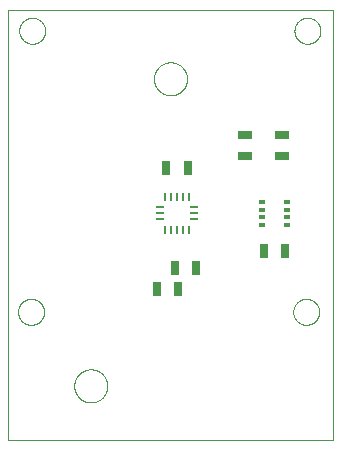
<source format=gtp>
G75*
%MOIN*%
%OFA0B0*%
%FSLAX25Y25*%
%IPPOS*%
%LPD*%
%AMOC8*
5,1,8,0,0,1.08239X$1,22.5*
%
%ADD10C,0.00000*%
%ADD11R,0.04724X0.03150*%
%ADD12R,0.03150X0.04724*%
%ADD13R,0.01969X0.01378*%
%ADD14R,0.01102X0.02756*%
%ADD15R,0.02756X0.01102*%
D10*
X0022861Y0024554D02*
X0022861Y0167861D01*
X0131129Y0167861D01*
X0131129Y0024554D01*
X0022861Y0024554D01*
X0044908Y0042664D02*
X0044910Y0042812D01*
X0044916Y0042960D01*
X0044926Y0043108D01*
X0044940Y0043255D01*
X0044958Y0043402D01*
X0044979Y0043548D01*
X0045005Y0043694D01*
X0045035Y0043839D01*
X0045068Y0043983D01*
X0045106Y0044126D01*
X0045147Y0044268D01*
X0045192Y0044409D01*
X0045240Y0044549D01*
X0045293Y0044688D01*
X0045349Y0044825D01*
X0045409Y0044960D01*
X0045472Y0045094D01*
X0045539Y0045226D01*
X0045610Y0045356D01*
X0045684Y0045484D01*
X0045761Y0045610D01*
X0045842Y0045734D01*
X0045926Y0045856D01*
X0046013Y0045975D01*
X0046104Y0046092D01*
X0046198Y0046207D01*
X0046294Y0046319D01*
X0046394Y0046429D01*
X0046496Y0046535D01*
X0046602Y0046639D01*
X0046710Y0046740D01*
X0046821Y0046838D01*
X0046934Y0046934D01*
X0047050Y0047026D01*
X0047168Y0047115D01*
X0047289Y0047200D01*
X0047412Y0047283D01*
X0047537Y0047362D01*
X0047664Y0047438D01*
X0047793Y0047510D01*
X0047924Y0047579D01*
X0048057Y0047644D01*
X0048192Y0047705D01*
X0048328Y0047763D01*
X0048465Y0047818D01*
X0048604Y0047868D01*
X0048745Y0047915D01*
X0048886Y0047958D01*
X0049029Y0047998D01*
X0049173Y0048033D01*
X0049317Y0048065D01*
X0049463Y0048092D01*
X0049609Y0048116D01*
X0049756Y0048136D01*
X0049903Y0048152D01*
X0050050Y0048164D01*
X0050198Y0048172D01*
X0050346Y0048176D01*
X0050494Y0048176D01*
X0050642Y0048172D01*
X0050790Y0048164D01*
X0050937Y0048152D01*
X0051084Y0048136D01*
X0051231Y0048116D01*
X0051377Y0048092D01*
X0051523Y0048065D01*
X0051667Y0048033D01*
X0051811Y0047998D01*
X0051954Y0047958D01*
X0052095Y0047915D01*
X0052236Y0047868D01*
X0052375Y0047818D01*
X0052512Y0047763D01*
X0052648Y0047705D01*
X0052783Y0047644D01*
X0052916Y0047579D01*
X0053047Y0047510D01*
X0053176Y0047438D01*
X0053303Y0047362D01*
X0053428Y0047283D01*
X0053551Y0047200D01*
X0053672Y0047115D01*
X0053790Y0047026D01*
X0053906Y0046934D01*
X0054019Y0046838D01*
X0054130Y0046740D01*
X0054238Y0046639D01*
X0054344Y0046535D01*
X0054446Y0046429D01*
X0054546Y0046319D01*
X0054642Y0046207D01*
X0054736Y0046092D01*
X0054827Y0045975D01*
X0054914Y0045856D01*
X0054998Y0045734D01*
X0055079Y0045610D01*
X0055156Y0045484D01*
X0055230Y0045356D01*
X0055301Y0045226D01*
X0055368Y0045094D01*
X0055431Y0044960D01*
X0055491Y0044825D01*
X0055547Y0044688D01*
X0055600Y0044549D01*
X0055648Y0044409D01*
X0055693Y0044268D01*
X0055734Y0044126D01*
X0055772Y0043983D01*
X0055805Y0043839D01*
X0055835Y0043694D01*
X0055861Y0043548D01*
X0055882Y0043402D01*
X0055900Y0043255D01*
X0055914Y0043108D01*
X0055924Y0042960D01*
X0055930Y0042812D01*
X0055932Y0042664D01*
X0055930Y0042516D01*
X0055924Y0042368D01*
X0055914Y0042220D01*
X0055900Y0042073D01*
X0055882Y0041926D01*
X0055861Y0041780D01*
X0055835Y0041634D01*
X0055805Y0041489D01*
X0055772Y0041345D01*
X0055734Y0041202D01*
X0055693Y0041060D01*
X0055648Y0040919D01*
X0055600Y0040779D01*
X0055547Y0040640D01*
X0055491Y0040503D01*
X0055431Y0040368D01*
X0055368Y0040234D01*
X0055301Y0040102D01*
X0055230Y0039972D01*
X0055156Y0039844D01*
X0055079Y0039718D01*
X0054998Y0039594D01*
X0054914Y0039472D01*
X0054827Y0039353D01*
X0054736Y0039236D01*
X0054642Y0039121D01*
X0054546Y0039009D01*
X0054446Y0038899D01*
X0054344Y0038793D01*
X0054238Y0038689D01*
X0054130Y0038588D01*
X0054019Y0038490D01*
X0053906Y0038394D01*
X0053790Y0038302D01*
X0053672Y0038213D01*
X0053551Y0038128D01*
X0053428Y0038045D01*
X0053303Y0037966D01*
X0053176Y0037890D01*
X0053047Y0037818D01*
X0052916Y0037749D01*
X0052783Y0037684D01*
X0052648Y0037623D01*
X0052512Y0037565D01*
X0052375Y0037510D01*
X0052236Y0037460D01*
X0052095Y0037413D01*
X0051954Y0037370D01*
X0051811Y0037330D01*
X0051667Y0037295D01*
X0051523Y0037263D01*
X0051377Y0037236D01*
X0051231Y0037212D01*
X0051084Y0037192D01*
X0050937Y0037176D01*
X0050790Y0037164D01*
X0050642Y0037156D01*
X0050494Y0037152D01*
X0050346Y0037152D01*
X0050198Y0037156D01*
X0050050Y0037164D01*
X0049903Y0037176D01*
X0049756Y0037192D01*
X0049609Y0037212D01*
X0049463Y0037236D01*
X0049317Y0037263D01*
X0049173Y0037295D01*
X0049029Y0037330D01*
X0048886Y0037370D01*
X0048745Y0037413D01*
X0048604Y0037460D01*
X0048465Y0037510D01*
X0048328Y0037565D01*
X0048192Y0037623D01*
X0048057Y0037684D01*
X0047924Y0037749D01*
X0047793Y0037818D01*
X0047664Y0037890D01*
X0047537Y0037966D01*
X0047412Y0038045D01*
X0047289Y0038128D01*
X0047168Y0038213D01*
X0047050Y0038302D01*
X0046934Y0038394D01*
X0046821Y0038490D01*
X0046710Y0038588D01*
X0046602Y0038689D01*
X0046496Y0038793D01*
X0046394Y0038899D01*
X0046294Y0039009D01*
X0046198Y0039121D01*
X0046104Y0039236D01*
X0046013Y0039353D01*
X0045926Y0039472D01*
X0045842Y0039594D01*
X0045761Y0039718D01*
X0045684Y0039844D01*
X0045610Y0039972D01*
X0045539Y0040102D01*
X0045472Y0040234D01*
X0045409Y0040368D01*
X0045349Y0040503D01*
X0045293Y0040640D01*
X0045240Y0040779D01*
X0045192Y0040919D01*
X0045147Y0041060D01*
X0045106Y0041202D01*
X0045068Y0041345D01*
X0045035Y0041489D01*
X0045005Y0041634D01*
X0044979Y0041780D01*
X0044958Y0041926D01*
X0044940Y0042073D01*
X0044926Y0042220D01*
X0044916Y0042368D01*
X0044910Y0042516D01*
X0044908Y0042664D01*
X0026178Y0067339D02*
X0026180Y0067470D01*
X0026186Y0067602D01*
X0026196Y0067733D01*
X0026210Y0067864D01*
X0026228Y0067994D01*
X0026250Y0068123D01*
X0026275Y0068252D01*
X0026305Y0068380D01*
X0026339Y0068507D01*
X0026376Y0068634D01*
X0026417Y0068758D01*
X0026462Y0068882D01*
X0026511Y0069004D01*
X0026563Y0069125D01*
X0026619Y0069243D01*
X0026679Y0069361D01*
X0026742Y0069476D01*
X0026809Y0069589D01*
X0026879Y0069701D01*
X0026952Y0069810D01*
X0027028Y0069916D01*
X0027108Y0070021D01*
X0027191Y0070123D01*
X0027277Y0070222D01*
X0027366Y0070319D01*
X0027458Y0070413D01*
X0027553Y0070504D01*
X0027650Y0070593D01*
X0027750Y0070678D01*
X0027853Y0070760D01*
X0027958Y0070839D01*
X0028065Y0070915D01*
X0028175Y0070987D01*
X0028287Y0071056D01*
X0028401Y0071122D01*
X0028516Y0071184D01*
X0028634Y0071243D01*
X0028753Y0071298D01*
X0028874Y0071350D01*
X0028997Y0071397D01*
X0029121Y0071441D01*
X0029246Y0071482D01*
X0029372Y0071518D01*
X0029500Y0071551D01*
X0029628Y0071579D01*
X0029757Y0071604D01*
X0029887Y0071625D01*
X0030017Y0071642D01*
X0030148Y0071655D01*
X0030279Y0071664D01*
X0030410Y0071669D01*
X0030542Y0071670D01*
X0030673Y0071667D01*
X0030805Y0071660D01*
X0030936Y0071649D01*
X0031066Y0071634D01*
X0031196Y0071615D01*
X0031326Y0071592D01*
X0031454Y0071566D01*
X0031582Y0071535D01*
X0031709Y0071500D01*
X0031835Y0071462D01*
X0031959Y0071420D01*
X0032083Y0071374D01*
X0032204Y0071324D01*
X0032324Y0071271D01*
X0032443Y0071214D01*
X0032560Y0071154D01*
X0032674Y0071090D01*
X0032787Y0071022D01*
X0032898Y0070951D01*
X0033007Y0070877D01*
X0033113Y0070800D01*
X0033217Y0070719D01*
X0033318Y0070636D01*
X0033417Y0070549D01*
X0033513Y0070459D01*
X0033606Y0070366D01*
X0033697Y0070271D01*
X0033784Y0070173D01*
X0033869Y0070072D01*
X0033950Y0069969D01*
X0034028Y0069863D01*
X0034103Y0069755D01*
X0034175Y0069645D01*
X0034243Y0069533D01*
X0034308Y0069419D01*
X0034369Y0069302D01*
X0034427Y0069184D01*
X0034481Y0069064D01*
X0034532Y0068943D01*
X0034579Y0068820D01*
X0034622Y0068696D01*
X0034661Y0068571D01*
X0034697Y0068444D01*
X0034728Y0068316D01*
X0034756Y0068188D01*
X0034780Y0068059D01*
X0034800Y0067929D01*
X0034816Y0067798D01*
X0034828Y0067667D01*
X0034836Y0067536D01*
X0034840Y0067405D01*
X0034840Y0067273D01*
X0034836Y0067142D01*
X0034828Y0067011D01*
X0034816Y0066880D01*
X0034800Y0066749D01*
X0034780Y0066619D01*
X0034756Y0066490D01*
X0034728Y0066362D01*
X0034697Y0066234D01*
X0034661Y0066107D01*
X0034622Y0065982D01*
X0034579Y0065858D01*
X0034532Y0065735D01*
X0034481Y0065614D01*
X0034427Y0065494D01*
X0034369Y0065376D01*
X0034308Y0065259D01*
X0034243Y0065145D01*
X0034175Y0065033D01*
X0034103Y0064923D01*
X0034028Y0064815D01*
X0033950Y0064709D01*
X0033869Y0064606D01*
X0033784Y0064505D01*
X0033697Y0064407D01*
X0033606Y0064312D01*
X0033513Y0064219D01*
X0033417Y0064129D01*
X0033318Y0064042D01*
X0033217Y0063959D01*
X0033113Y0063878D01*
X0033007Y0063801D01*
X0032898Y0063727D01*
X0032787Y0063656D01*
X0032675Y0063588D01*
X0032560Y0063524D01*
X0032443Y0063464D01*
X0032324Y0063407D01*
X0032204Y0063354D01*
X0032083Y0063304D01*
X0031959Y0063258D01*
X0031835Y0063216D01*
X0031709Y0063178D01*
X0031582Y0063143D01*
X0031454Y0063112D01*
X0031326Y0063086D01*
X0031196Y0063063D01*
X0031066Y0063044D01*
X0030936Y0063029D01*
X0030805Y0063018D01*
X0030673Y0063011D01*
X0030542Y0063008D01*
X0030410Y0063009D01*
X0030279Y0063014D01*
X0030148Y0063023D01*
X0030017Y0063036D01*
X0029887Y0063053D01*
X0029757Y0063074D01*
X0029628Y0063099D01*
X0029500Y0063127D01*
X0029372Y0063160D01*
X0029246Y0063196D01*
X0029121Y0063237D01*
X0028997Y0063281D01*
X0028874Y0063328D01*
X0028753Y0063380D01*
X0028634Y0063435D01*
X0028516Y0063494D01*
X0028401Y0063556D01*
X0028287Y0063622D01*
X0028175Y0063691D01*
X0028065Y0063763D01*
X0027958Y0063839D01*
X0027853Y0063918D01*
X0027750Y0064000D01*
X0027650Y0064085D01*
X0027553Y0064174D01*
X0027458Y0064265D01*
X0027366Y0064359D01*
X0027277Y0064456D01*
X0027191Y0064555D01*
X0027108Y0064657D01*
X0027028Y0064762D01*
X0026952Y0064868D01*
X0026879Y0064977D01*
X0026809Y0065089D01*
X0026742Y0065202D01*
X0026679Y0065317D01*
X0026619Y0065435D01*
X0026563Y0065553D01*
X0026511Y0065674D01*
X0026462Y0065796D01*
X0026417Y0065920D01*
X0026376Y0066044D01*
X0026339Y0066171D01*
X0026305Y0066298D01*
X0026275Y0066426D01*
X0026250Y0066555D01*
X0026228Y0066684D01*
X0026210Y0066814D01*
X0026196Y0066945D01*
X0026186Y0067076D01*
X0026180Y0067208D01*
X0026178Y0067339D01*
X0071483Y0145026D02*
X0071485Y0145174D01*
X0071491Y0145322D01*
X0071501Y0145470D01*
X0071515Y0145617D01*
X0071533Y0145764D01*
X0071554Y0145910D01*
X0071580Y0146056D01*
X0071610Y0146201D01*
X0071643Y0146345D01*
X0071681Y0146488D01*
X0071722Y0146630D01*
X0071767Y0146771D01*
X0071815Y0146911D01*
X0071868Y0147050D01*
X0071924Y0147187D01*
X0071984Y0147322D01*
X0072047Y0147456D01*
X0072114Y0147588D01*
X0072185Y0147718D01*
X0072259Y0147846D01*
X0072336Y0147972D01*
X0072417Y0148096D01*
X0072501Y0148218D01*
X0072588Y0148337D01*
X0072679Y0148454D01*
X0072773Y0148569D01*
X0072869Y0148681D01*
X0072969Y0148791D01*
X0073071Y0148897D01*
X0073177Y0149001D01*
X0073285Y0149102D01*
X0073396Y0149200D01*
X0073509Y0149296D01*
X0073625Y0149388D01*
X0073743Y0149477D01*
X0073864Y0149562D01*
X0073987Y0149645D01*
X0074112Y0149724D01*
X0074239Y0149800D01*
X0074368Y0149872D01*
X0074499Y0149941D01*
X0074632Y0150006D01*
X0074767Y0150067D01*
X0074903Y0150125D01*
X0075040Y0150180D01*
X0075179Y0150230D01*
X0075320Y0150277D01*
X0075461Y0150320D01*
X0075604Y0150360D01*
X0075748Y0150395D01*
X0075892Y0150427D01*
X0076038Y0150454D01*
X0076184Y0150478D01*
X0076331Y0150498D01*
X0076478Y0150514D01*
X0076625Y0150526D01*
X0076773Y0150534D01*
X0076921Y0150538D01*
X0077069Y0150538D01*
X0077217Y0150534D01*
X0077365Y0150526D01*
X0077512Y0150514D01*
X0077659Y0150498D01*
X0077806Y0150478D01*
X0077952Y0150454D01*
X0078098Y0150427D01*
X0078242Y0150395D01*
X0078386Y0150360D01*
X0078529Y0150320D01*
X0078670Y0150277D01*
X0078811Y0150230D01*
X0078950Y0150180D01*
X0079087Y0150125D01*
X0079223Y0150067D01*
X0079358Y0150006D01*
X0079491Y0149941D01*
X0079622Y0149872D01*
X0079751Y0149800D01*
X0079878Y0149724D01*
X0080003Y0149645D01*
X0080126Y0149562D01*
X0080247Y0149477D01*
X0080365Y0149388D01*
X0080481Y0149296D01*
X0080594Y0149200D01*
X0080705Y0149102D01*
X0080813Y0149001D01*
X0080919Y0148897D01*
X0081021Y0148791D01*
X0081121Y0148681D01*
X0081217Y0148569D01*
X0081311Y0148454D01*
X0081402Y0148337D01*
X0081489Y0148218D01*
X0081573Y0148096D01*
X0081654Y0147972D01*
X0081731Y0147846D01*
X0081805Y0147718D01*
X0081876Y0147588D01*
X0081943Y0147456D01*
X0082006Y0147322D01*
X0082066Y0147187D01*
X0082122Y0147050D01*
X0082175Y0146911D01*
X0082223Y0146771D01*
X0082268Y0146630D01*
X0082309Y0146488D01*
X0082347Y0146345D01*
X0082380Y0146201D01*
X0082410Y0146056D01*
X0082436Y0145910D01*
X0082457Y0145764D01*
X0082475Y0145617D01*
X0082489Y0145470D01*
X0082499Y0145322D01*
X0082505Y0145174D01*
X0082507Y0145026D01*
X0082505Y0144878D01*
X0082499Y0144730D01*
X0082489Y0144582D01*
X0082475Y0144435D01*
X0082457Y0144288D01*
X0082436Y0144142D01*
X0082410Y0143996D01*
X0082380Y0143851D01*
X0082347Y0143707D01*
X0082309Y0143564D01*
X0082268Y0143422D01*
X0082223Y0143281D01*
X0082175Y0143141D01*
X0082122Y0143002D01*
X0082066Y0142865D01*
X0082006Y0142730D01*
X0081943Y0142596D01*
X0081876Y0142464D01*
X0081805Y0142334D01*
X0081731Y0142206D01*
X0081654Y0142080D01*
X0081573Y0141956D01*
X0081489Y0141834D01*
X0081402Y0141715D01*
X0081311Y0141598D01*
X0081217Y0141483D01*
X0081121Y0141371D01*
X0081021Y0141261D01*
X0080919Y0141155D01*
X0080813Y0141051D01*
X0080705Y0140950D01*
X0080594Y0140852D01*
X0080481Y0140756D01*
X0080365Y0140664D01*
X0080247Y0140575D01*
X0080126Y0140490D01*
X0080003Y0140407D01*
X0079878Y0140328D01*
X0079751Y0140252D01*
X0079622Y0140180D01*
X0079491Y0140111D01*
X0079358Y0140046D01*
X0079223Y0139985D01*
X0079087Y0139927D01*
X0078950Y0139872D01*
X0078811Y0139822D01*
X0078670Y0139775D01*
X0078529Y0139732D01*
X0078386Y0139692D01*
X0078242Y0139657D01*
X0078098Y0139625D01*
X0077952Y0139598D01*
X0077806Y0139574D01*
X0077659Y0139554D01*
X0077512Y0139538D01*
X0077365Y0139526D01*
X0077217Y0139518D01*
X0077069Y0139514D01*
X0076921Y0139514D01*
X0076773Y0139518D01*
X0076625Y0139526D01*
X0076478Y0139538D01*
X0076331Y0139554D01*
X0076184Y0139574D01*
X0076038Y0139598D01*
X0075892Y0139625D01*
X0075748Y0139657D01*
X0075604Y0139692D01*
X0075461Y0139732D01*
X0075320Y0139775D01*
X0075179Y0139822D01*
X0075040Y0139872D01*
X0074903Y0139927D01*
X0074767Y0139985D01*
X0074632Y0140046D01*
X0074499Y0140111D01*
X0074368Y0140180D01*
X0074239Y0140252D01*
X0074112Y0140328D01*
X0073987Y0140407D01*
X0073864Y0140490D01*
X0073743Y0140575D01*
X0073625Y0140664D01*
X0073509Y0140756D01*
X0073396Y0140852D01*
X0073285Y0140950D01*
X0073177Y0141051D01*
X0073071Y0141155D01*
X0072969Y0141261D01*
X0072869Y0141371D01*
X0072773Y0141483D01*
X0072679Y0141598D01*
X0072588Y0141715D01*
X0072501Y0141834D01*
X0072417Y0141956D01*
X0072336Y0142080D01*
X0072259Y0142206D01*
X0072185Y0142334D01*
X0072114Y0142464D01*
X0072047Y0142596D01*
X0071984Y0142730D01*
X0071924Y0142865D01*
X0071868Y0143002D01*
X0071815Y0143141D01*
X0071767Y0143281D01*
X0071722Y0143422D01*
X0071681Y0143564D01*
X0071643Y0143707D01*
X0071610Y0143851D01*
X0071580Y0143996D01*
X0071554Y0144142D01*
X0071533Y0144288D01*
X0071515Y0144435D01*
X0071501Y0144582D01*
X0071491Y0144730D01*
X0071485Y0144878D01*
X0071483Y0145026D01*
X0026571Y0161040D02*
X0026573Y0161171D01*
X0026579Y0161303D01*
X0026589Y0161434D01*
X0026603Y0161565D01*
X0026621Y0161695D01*
X0026643Y0161824D01*
X0026668Y0161953D01*
X0026698Y0162081D01*
X0026732Y0162208D01*
X0026769Y0162335D01*
X0026810Y0162459D01*
X0026855Y0162583D01*
X0026904Y0162705D01*
X0026956Y0162826D01*
X0027012Y0162944D01*
X0027072Y0163062D01*
X0027135Y0163177D01*
X0027202Y0163290D01*
X0027272Y0163402D01*
X0027345Y0163511D01*
X0027421Y0163617D01*
X0027501Y0163722D01*
X0027584Y0163824D01*
X0027670Y0163923D01*
X0027759Y0164020D01*
X0027851Y0164114D01*
X0027946Y0164205D01*
X0028043Y0164294D01*
X0028143Y0164379D01*
X0028246Y0164461D01*
X0028351Y0164540D01*
X0028458Y0164616D01*
X0028568Y0164688D01*
X0028680Y0164757D01*
X0028794Y0164823D01*
X0028909Y0164885D01*
X0029027Y0164944D01*
X0029146Y0164999D01*
X0029267Y0165051D01*
X0029390Y0165098D01*
X0029514Y0165142D01*
X0029639Y0165183D01*
X0029765Y0165219D01*
X0029893Y0165252D01*
X0030021Y0165280D01*
X0030150Y0165305D01*
X0030280Y0165326D01*
X0030410Y0165343D01*
X0030541Y0165356D01*
X0030672Y0165365D01*
X0030803Y0165370D01*
X0030935Y0165371D01*
X0031066Y0165368D01*
X0031198Y0165361D01*
X0031329Y0165350D01*
X0031459Y0165335D01*
X0031589Y0165316D01*
X0031719Y0165293D01*
X0031847Y0165267D01*
X0031975Y0165236D01*
X0032102Y0165201D01*
X0032228Y0165163D01*
X0032352Y0165121D01*
X0032476Y0165075D01*
X0032597Y0165025D01*
X0032717Y0164972D01*
X0032836Y0164915D01*
X0032953Y0164855D01*
X0033067Y0164791D01*
X0033180Y0164723D01*
X0033291Y0164652D01*
X0033400Y0164578D01*
X0033506Y0164501D01*
X0033610Y0164420D01*
X0033711Y0164337D01*
X0033810Y0164250D01*
X0033906Y0164160D01*
X0033999Y0164067D01*
X0034090Y0163972D01*
X0034177Y0163874D01*
X0034262Y0163773D01*
X0034343Y0163670D01*
X0034421Y0163564D01*
X0034496Y0163456D01*
X0034568Y0163346D01*
X0034636Y0163234D01*
X0034701Y0163120D01*
X0034762Y0163003D01*
X0034820Y0162885D01*
X0034874Y0162765D01*
X0034925Y0162644D01*
X0034972Y0162521D01*
X0035015Y0162397D01*
X0035054Y0162272D01*
X0035090Y0162145D01*
X0035121Y0162017D01*
X0035149Y0161889D01*
X0035173Y0161760D01*
X0035193Y0161630D01*
X0035209Y0161499D01*
X0035221Y0161368D01*
X0035229Y0161237D01*
X0035233Y0161106D01*
X0035233Y0160974D01*
X0035229Y0160843D01*
X0035221Y0160712D01*
X0035209Y0160581D01*
X0035193Y0160450D01*
X0035173Y0160320D01*
X0035149Y0160191D01*
X0035121Y0160063D01*
X0035090Y0159935D01*
X0035054Y0159808D01*
X0035015Y0159683D01*
X0034972Y0159559D01*
X0034925Y0159436D01*
X0034874Y0159315D01*
X0034820Y0159195D01*
X0034762Y0159077D01*
X0034701Y0158960D01*
X0034636Y0158846D01*
X0034568Y0158734D01*
X0034496Y0158624D01*
X0034421Y0158516D01*
X0034343Y0158410D01*
X0034262Y0158307D01*
X0034177Y0158206D01*
X0034090Y0158108D01*
X0033999Y0158013D01*
X0033906Y0157920D01*
X0033810Y0157830D01*
X0033711Y0157743D01*
X0033610Y0157660D01*
X0033506Y0157579D01*
X0033400Y0157502D01*
X0033291Y0157428D01*
X0033180Y0157357D01*
X0033068Y0157289D01*
X0032953Y0157225D01*
X0032836Y0157165D01*
X0032717Y0157108D01*
X0032597Y0157055D01*
X0032476Y0157005D01*
X0032352Y0156959D01*
X0032228Y0156917D01*
X0032102Y0156879D01*
X0031975Y0156844D01*
X0031847Y0156813D01*
X0031719Y0156787D01*
X0031589Y0156764D01*
X0031459Y0156745D01*
X0031329Y0156730D01*
X0031198Y0156719D01*
X0031066Y0156712D01*
X0030935Y0156709D01*
X0030803Y0156710D01*
X0030672Y0156715D01*
X0030541Y0156724D01*
X0030410Y0156737D01*
X0030280Y0156754D01*
X0030150Y0156775D01*
X0030021Y0156800D01*
X0029893Y0156828D01*
X0029765Y0156861D01*
X0029639Y0156897D01*
X0029514Y0156938D01*
X0029390Y0156982D01*
X0029267Y0157029D01*
X0029146Y0157081D01*
X0029027Y0157136D01*
X0028909Y0157195D01*
X0028794Y0157257D01*
X0028680Y0157323D01*
X0028568Y0157392D01*
X0028458Y0157464D01*
X0028351Y0157540D01*
X0028246Y0157619D01*
X0028143Y0157701D01*
X0028043Y0157786D01*
X0027946Y0157875D01*
X0027851Y0157966D01*
X0027759Y0158060D01*
X0027670Y0158157D01*
X0027584Y0158256D01*
X0027501Y0158358D01*
X0027421Y0158463D01*
X0027345Y0158569D01*
X0027272Y0158678D01*
X0027202Y0158790D01*
X0027135Y0158903D01*
X0027072Y0159018D01*
X0027012Y0159136D01*
X0026956Y0159254D01*
X0026904Y0159375D01*
X0026855Y0159497D01*
X0026810Y0159621D01*
X0026769Y0159745D01*
X0026732Y0159872D01*
X0026698Y0159999D01*
X0026668Y0160127D01*
X0026643Y0160256D01*
X0026621Y0160385D01*
X0026603Y0160515D01*
X0026589Y0160646D01*
X0026579Y0160777D01*
X0026573Y0160909D01*
X0026571Y0161040D01*
X0118304Y0161040D02*
X0118306Y0161171D01*
X0118312Y0161303D01*
X0118322Y0161434D01*
X0118336Y0161565D01*
X0118354Y0161695D01*
X0118376Y0161824D01*
X0118401Y0161953D01*
X0118431Y0162081D01*
X0118465Y0162208D01*
X0118502Y0162335D01*
X0118543Y0162459D01*
X0118588Y0162583D01*
X0118637Y0162705D01*
X0118689Y0162826D01*
X0118745Y0162944D01*
X0118805Y0163062D01*
X0118868Y0163177D01*
X0118935Y0163290D01*
X0119005Y0163402D01*
X0119078Y0163511D01*
X0119154Y0163617D01*
X0119234Y0163722D01*
X0119317Y0163824D01*
X0119403Y0163923D01*
X0119492Y0164020D01*
X0119584Y0164114D01*
X0119679Y0164205D01*
X0119776Y0164294D01*
X0119876Y0164379D01*
X0119979Y0164461D01*
X0120084Y0164540D01*
X0120191Y0164616D01*
X0120301Y0164688D01*
X0120413Y0164757D01*
X0120527Y0164823D01*
X0120642Y0164885D01*
X0120760Y0164944D01*
X0120879Y0164999D01*
X0121000Y0165051D01*
X0121123Y0165098D01*
X0121247Y0165142D01*
X0121372Y0165183D01*
X0121498Y0165219D01*
X0121626Y0165252D01*
X0121754Y0165280D01*
X0121883Y0165305D01*
X0122013Y0165326D01*
X0122143Y0165343D01*
X0122274Y0165356D01*
X0122405Y0165365D01*
X0122536Y0165370D01*
X0122668Y0165371D01*
X0122799Y0165368D01*
X0122931Y0165361D01*
X0123062Y0165350D01*
X0123192Y0165335D01*
X0123322Y0165316D01*
X0123452Y0165293D01*
X0123580Y0165267D01*
X0123708Y0165236D01*
X0123835Y0165201D01*
X0123961Y0165163D01*
X0124085Y0165121D01*
X0124209Y0165075D01*
X0124330Y0165025D01*
X0124450Y0164972D01*
X0124569Y0164915D01*
X0124686Y0164855D01*
X0124800Y0164791D01*
X0124913Y0164723D01*
X0125024Y0164652D01*
X0125133Y0164578D01*
X0125239Y0164501D01*
X0125343Y0164420D01*
X0125444Y0164337D01*
X0125543Y0164250D01*
X0125639Y0164160D01*
X0125732Y0164067D01*
X0125823Y0163972D01*
X0125910Y0163874D01*
X0125995Y0163773D01*
X0126076Y0163670D01*
X0126154Y0163564D01*
X0126229Y0163456D01*
X0126301Y0163346D01*
X0126369Y0163234D01*
X0126434Y0163120D01*
X0126495Y0163003D01*
X0126553Y0162885D01*
X0126607Y0162765D01*
X0126658Y0162644D01*
X0126705Y0162521D01*
X0126748Y0162397D01*
X0126787Y0162272D01*
X0126823Y0162145D01*
X0126854Y0162017D01*
X0126882Y0161889D01*
X0126906Y0161760D01*
X0126926Y0161630D01*
X0126942Y0161499D01*
X0126954Y0161368D01*
X0126962Y0161237D01*
X0126966Y0161106D01*
X0126966Y0160974D01*
X0126962Y0160843D01*
X0126954Y0160712D01*
X0126942Y0160581D01*
X0126926Y0160450D01*
X0126906Y0160320D01*
X0126882Y0160191D01*
X0126854Y0160063D01*
X0126823Y0159935D01*
X0126787Y0159808D01*
X0126748Y0159683D01*
X0126705Y0159559D01*
X0126658Y0159436D01*
X0126607Y0159315D01*
X0126553Y0159195D01*
X0126495Y0159077D01*
X0126434Y0158960D01*
X0126369Y0158846D01*
X0126301Y0158734D01*
X0126229Y0158624D01*
X0126154Y0158516D01*
X0126076Y0158410D01*
X0125995Y0158307D01*
X0125910Y0158206D01*
X0125823Y0158108D01*
X0125732Y0158013D01*
X0125639Y0157920D01*
X0125543Y0157830D01*
X0125444Y0157743D01*
X0125343Y0157660D01*
X0125239Y0157579D01*
X0125133Y0157502D01*
X0125024Y0157428D01*
X0124913Y0157357D01*
X0124801Y0157289D01*
X0124686Y0157225D01*
X0124569Y0157165D01*
X0124450Y0157108D01*
X0124330Y0157055D01*
X0124209Y0157005D01*
X0124085Y0156959D01*
X0123961Y0156917D01*
X0123835Y0156879D01*
X0123708Y0156844D01*
X0123580Y0156813D01*
X0123452Y0156787D01*
X0123322Y0156764D01*
X0123192Y0156745D01*
X0123062Y0156730D01*
X0122931Y0156719D01*
X0122799Y0156712D01*
X0122668Y0156709D01*
X0122536Y0156710D01*
X0122405Y0156715D01*
X0122274Y0156724D01*
X0122143Y0156737D01*
X0122013Y0156754D01*
X0121883Y0156775D01*
X0121754Y0156800D01*
X0121626Y0156828D01*
X0121498Y0156861D01*
X0121372Y0156897D01*
X0121247Y0156938D01*
X0121123Y0156982D01*
X0121000Y0157029D01*
X0120879Y0157081D01*
X0120760Y0157136D01*
X0120642Y0157195D01*
X0120527Y0157257D01*
X0120413Y0157323D01*
X0120301Y0157392D01*
X0120191Y0157464D01*
X0120084Y0157540D01*
X0119979Y0157619D01*
X0119876Y0157701D01*
X0119776Y0157786D01*
X0119679Y0157875D01*
X0119584Y0157966D01*
X0119492Y0158060D01*
X0119403Y0158157D01*
X0119317Y0158256D01*
X0119234Y0158358D01*
X0119154Y0158463D01*
X0119078Y0158569D01*
X0119005Y0158678D01*
X0118935Y0158790D01*
X0118868Y0158903D01*
X0118805Y0159018D01*
X0118745Y0159136D01*
X0118689Y0159254D01*
X0118637Y0159375D01*
X0118588Y0159497D01*
X0118543Y0159621D01*
X0118502Y0159745D01*
X0118465Y0159872D01*
X0118431Y0159999D01*
X0118401Y0160127D01*
X0118376Y0160256D01*
X0118354Y0160385D01*
X0118336Y0160515D01*
X0118322Y0160646D01*
X0118312Y0160777D01*
X0118306Y0160909D01*
X0118304Y0161040D01*
X0117910Y0067339D02*
X0117912Y0067470D01*
X0117918Y0067602D01*
X0117928Y0067733D01*
X0117942Y0067864D01*
X0117960Y0067994D01*
X0117982Y0068123D01*
X0118007Y0068252D01*
X0118037Y0068380D01*
X0118071Y0068507D01*
X0118108Y0068634D01*
X0118149Y0068758D01*
X0118194Y0068882D01*
X0118243Y0069004D01*
X0118295Y0069125D01*
X0118351Y0069243D01*
X0118411Y0069361D01*
X0118474Y0069476D01*
X0118541Y0069589D01*
X0118611Y0069701D01*
X0118684Y0069810D01*
X0118760Y0069916D01*
X0118840Y0070021D01*
X0118923Y0070123D01*
X0119009Y0070222D01*
X0119098Y0070319D01*
X0119190Y0070413D01*
X0119285Y0070504D01*
X0119382Y0070593D01*
X0119482Y0070678D01*
X0119585Y0070760D01*
X0119690Y0070839D01*
X0119797Y0070915D01*
X0119907Y0070987D01*
X0120019Y0071056D01*
X0120133Y0071122D01*
X0120248Y0071184D01*
X0120366Y0071243D01*
X0120485Y0071298D01*
X0120606Y0071350D01*
X0120729Y0071397D01*
X0120853Y0071441D01*
X0120978Y0071482D01*
X0121104Y0071518D01*
X0121232Y0071551D01*
X0121360Y0071579D01*
X0121489Y0071604D01*
X0121619Y0071625D01*
X0121749Y0071642D01*
X0121880Y0071655D01*
X0122011Y0071664D01*
X0122142Y0071669D01*
X0122274Y0071670D01*
X0122405Y0071667D01*
X0122537Y0071660D01*
X0122668Y0071649D01*
X0122798Y0071634D01*
X0122928Y0071615D01*
X0123058Y0071592D01*
X0123186Y0071566D01*
X0123314Y0071535D01*
X0123441Y0071500D01*
X0123567Y0071462D01*
X0123691Y0071420D01*
X0123815Y0071374D01*
X0123936Y0071324D01*
X0124056Y0071271D01*
X0124175Y0071214D01*
X0124292Y0071154D01*
X0124406Y0071090D01*
X0124519Y0071022D01*
X0124630Y0070951D01*
X0124739Y0070877D01*
X0124845Y0070800D01*
X0124949Y0070719D01*
X0125050Y0070636D01*
X0125149Y0070549D01*
X0125245Y0070459D01*
X0125338Y0070366D01*
X0125429Y0070271D01*
X0125516Y0070173D01*
X0125601Y0070072D01*
X0125682Y0069969D01*
X0125760Y0069863D01*
X0125835Y0069755D01*
X0125907Y0069645D01*
X0125975Y0069533D01*
X0126040Y0069419D01*
X0126101Y0069302D01*
X0126159Y0069184D01*
X0126213Y0069064D01*
X0126264Y0068943D01*
X0126311Y0068820D01*
X0126354Y0068696D01*
X0126393Y0068571D01*
X0126429Y0068444D01*
X0126460Y0068316D01*
X0126488Y0068188D01*
X0126512Y0068059D01*
X0126532Y0067929D01*
X0126548Y0067798D01*
X0126560Y0067667D01*
X0126568Y0067536D01*
X0126572Y0067405D01*
X0126572Y0067273D01*
X0126568Y0067142D01*
X0126560Y0067011D01*
X0126548Y0066880D01*
X0126532Y0066749D01*
X0126512Y0066619D01*
X0126488Y0066490D01*
X0126460Y0066362D01*
X0126429Y0066234D01*
X0126393Y0066107D01*
X0126354Y0065982D01*
X0126311Y0065858D01*
X0126264Y0065735D01*
X0126213Y0065614D01*
X0126159Y0065494D01*
X0126101Y0065376D01*
X0126040Y0065259D01*
X0125975Y0065145D01*
X0125907Y0065033D01*
X0125835Y0064923D01*
X0125760Y0064815D01*
X0125682Y0064709D01*
X0125601Y0064606D01*
X0125516Y0064505D01*
X0125429Y0064407D01*
X0125338Y0064312D01*
X0125245Y0064219D01*
X0125149Y0064129D01*
X0125050Y0064042D01*
X0124949Y0063959D01*
X0124845Y0063878D01*
X0124739Y0063801D01*
X0124630Y0063727D01*
X0124519Y0063656D01*
X0124407Y0063588D01*
X0124292Y0063524D01*
X0124175Y0063464D01*
X0124056Y0063407D01*
X0123936Y0063354D01*
X0123815Y0063304D01*
X0123691Y0063258D01*
X0123567Y0063216D01*
X0123441Y0063178D01*
X0123314Y0063143D01*
X0123186Y0063112D01*
X0123058Y0063086D01*
X0122928Y0063063D01*
X0122798Y0063044D01*
X0122668Y0063029D01*
X0122537Y0063018D01*
X0122405Y0063011D01*
X0122274Y0063008D01*
X0122142Y0063009D01*
X0122011Y0063014D01*
X0121880Y0063023D01*
X0121749Y0063036D01*
X0121619Y0063053D01*
X0121489Y0063074D01*
X0121360Y0063099D01*
X0121232Y0063127D01*
X0121104Y0063160D01*
X0120978Y0063196D01*
X0120853Y0063237D01*
X0120729Y0063281D01*
X0120606Y0063328D01*
X0120485Y0063380D01*
X0120366Y0063435D01*
X0120248Y0063494D01*
X0120133Y0063556D01*
X0120019Y0063622D01*
X0119907Y0063691D01*
X0119797Y0063763D01*
X0119690Y0063839D01*
X0119585Y0063918D01*
X0119482Y0064000D01*
X0119382Y0064085D01*
X0119285Y0064174D01*
X0119190Y0064265D01*
X0119098Y0064359D01*
X0119009Y0064456D01*
X0118923Y0064555D01*
X0118840Y0064657D01*
X0118760Y0064762D01*
X0118684Y0064868D01*
X0118611Y0064977D01*
X0118541Y0065089D01*
X0118474Y0065202D01*
X0118411Y0065317D01*
X0118351Y0065435D01*
X0118295Y0065553D01*
X0118243Y0065674D01*
X0118194Y0065796D01*
X0118149Y0065920D01*
X0118108Y0066044D01*
X0118071Y0066171D01*
X0118037Y0066298D01*
X0118007Y0066426D01*
X0117982Y0066555D01*
X0117960Y0066684D01*
X0117942Y0066814D01*
X0117928Y0066945D01*
X0117918Y0067076D01*
X0117912Y0067208D01*
X0117910Y0067339D01*
D11*
X0114140Y0119140D03*
X0114140Y0126227D03*
X0101896Y0126227D03*
X0101896Y0119140D03*
D12*
X0082684Y0115184D03*
X0075597Y0115184D03*
X0078397Y0082134D03*
X0085484Y0082134D03*
X0079584Y0074884D03*
X0072497Y0074884D03*
X0108097Y0087684D03*
X0115184Y0087684D03*
D13*
X0115676Y0096345D03*
X0115676Y0098904D03*
X0115676Y0101463D03*
X0115676Y0104022D03*
X0107605Y0104022D03*
X0107605Y0101463D03*
X0107605Y0098904D03*
X0107605Y0096345D03*
D14*
X0083077Y0094672D03*
X0081109Y0094672D03*
X0079140Y0094672D03*
X0077172Y0094672D03*
X0075203Y0094672D03*
X0075203Y0105696D03*
X0077172Y0105696D03*
X0079140Y0105696D03*
X0081109Y0105696D03*
X0083077Y0105696D03*
D15*
X0084652Y0102152D03*
X0084652Y0100184D03*
X0084652Y0098215D03*
X0073629Y0098215D03*
X0073629Y0100184D03*
X0073629Y0102152D03*
M02*

</source>
